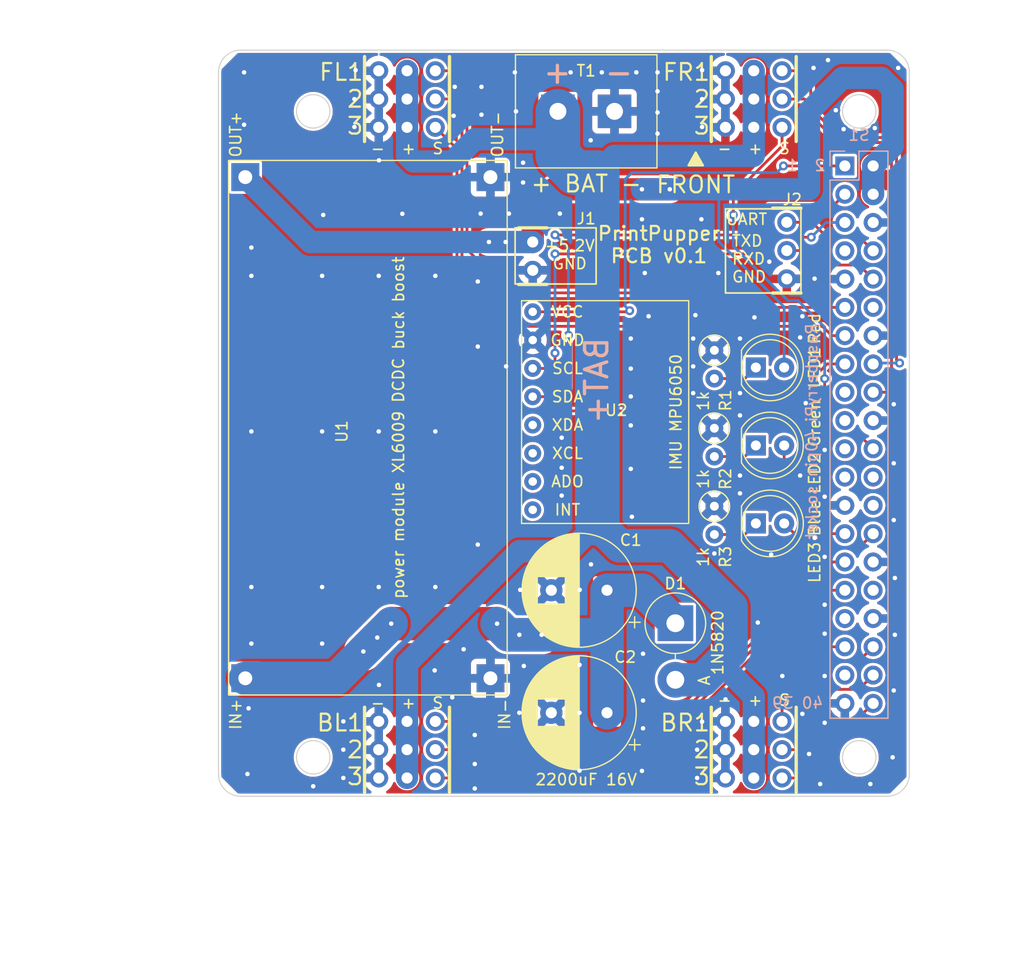
<source format=kicad_pcb>
(kicad_pcb (version 20211014) (generator pcbnew)
  (layers (0 "F.Cu" signal) (31 "B.Cu" signal) (34 "B.Paste" user) (35 "F.Paste" user) (36 "B.SilkS" user "B.Silkscreen") (37 "F.SilkS" user "F.Silkscreen") (38 "B.Mask" user) (39 "F.Mask" user) (44 "Edge.Cuts" user))
  (net 0 "")
  (net 1 "/GPIO6")
  (net 2 "/BAT+")
  (net 3 "GND")
  (net 4 "/GPIO19")
  (net 5 "/GPIO0")
  (net 6 "/GPIO16")
  (net 7 "/GPIO20")
  (net 8 "/GPIO21")
  (net 9 "Net-(C1-Pad1)")
  (net 10 "/GPIO17")
  (net 11 "/GPIO27")
  (net 12 "/GPIO22")
  (net 13 "/GPIO23")
  (net 14 "/GPIO24")
  (net 15 "/GPIO25")
  (net 16 "/5.2V")
  (net 17 "/TXD")
  (net 18 "/RXD")
  (net 19 "Net-(LED1-Pad1)")
  (net 20 "Net-(LED2-Pad1)")
  (net 21 "/GPIO5")
  (net 22 "/3.3V")
  (net 23 "/SDA")
  (net 32 "Net-(R3-Pad2)")
  (net 33 "/GPIO1")
  (net 36 "/SCL")
  (footprint "myfootprint:PinHeader_1x3P2.54mm" (layer "F.Cu") (at 92.075 109.855 -90)
    (fp_text reference "BR3")
    (fp_text value "Conn_01x03")
  )
  (footprint "myfootprint:PinHeader_1x3P2.54mm" (layer "F.Cu") (at 60.96 46.355 -90)
    (fp_text reference "FL1")
    (fp_text value "Conn_01x03")
  )
  (footprint "Resistor_THT:R_Axial_DIN0207_L6.3mm_D2.5mm_P2.54mm_Vertical" (layer "F.Cu") (at 86 71.455 -90)
    (fp_text reference "R1")
    (fp_text value "1k")
  )
  (footprint "Diode_THT:D_DO-201AD_P5.08mm_Vertical_AnodeUp" (layer "F.Cu") (at 82.5 95.96 -90)
    (fp_text reference "D1")
    (fp_text value "1N5820")
  )
  (footprint "myfootprint:PinHeader_1x3P2.54mm" (layer "F.Cu") (at 60.96 109.855 -90)
    (fp_text reference "BL3")
    (fp_text value "Conn_01x03")
  )
  (footprint "myfootprint:module_XL6009_dcdc" (layer "F.Cu") (at 67.405 102.405 90)
    (fp_text reference "U1")
    (fp_text value "DCDC_Convertor")
  )
  (footprint "myfootprint:PinHeader_1x3P2.54mm" (layer "F.Cu") (at 60.96 48.895 -90)
    (fp_text reference "FL2")
    (fp_text value "Conn_01x03")
  )
  (footprint "myfootprint:imu_mpu6050" (layer "F.Cu") (at 69.7 68)
    (fp_text reference "U2")
    (fp_text value "IMU")
  )
  (footprint "myfootprint:PinHeader_1x3P2.54mm" (layer "F.Cu") (at 60.96 107.315 -90)
    (fp_text reference "BL2")
    (fp_text value "Conn_01x03")
  )
  (footprint "myfootprint:PinHeader_1x3P2.54mm" (layer "F.Cu") (at 92.075 46.355 -90)
    (fp_text reference "FR1")
    (fp_text value "Conn_01x03")
  )
  (footprint "Resistor_THT:R_Axial_DIN0207_L6.3mm_D2.5mm_P2.54mm_Vertical" (layer "F.Cu") (at 86 85.455 -90)
    (fp_text reference "R3")
    (fp_text value "1k")
  )
  (footprint "myfootprint:PinHeader_1x3P2.54mm" (layer "F.Cu") (at 92.5 59.96)
    (fp_text reference "J2")
    (fp_text value "Conn_01x03")
  )
  (footprint "myfootprint:PinHeader_1x3P2.54mm" (layer "F.Cu") (at 60.96 104.775 -90)
    (fp_text reference "BL1")
    (fp_text value "Conn_01x03")
  )
  (footprint "Resistor_THT:R_Axial_DIN0207_L6.3mm_D2.5mm_P2.54mm_Vertical" (layer "F.Cu") (at 86 78.455 -90)
    (fp_text reference "R2")
    (fp_text value "1k")
  )
  (footprint "myfootprint:PinHeader_1x3P2.54mm" (layer "F.Cu") (at 92.075 51.435 -90)
    (fp_text reference "FR3")
    (fp_text value "Conn_01x03")
  )
  (footprint "myfootprint:PinHeader_1x3P2.54mm" (layer "F.Cu") (at 92.075 107.315 -90)
    (fp_text reference "BR2")
    (fp_text value "Conn_01x03")
  )
  (footprint "myfootprint:TerminalBlock_2P5.08mm" (layer "F.Cu") (at 71.96 50)
    (fp_text reference "T1")
    (fp_text value "Screw_Terminal_01x02")
  )
  (footprint "Capacitor_THT:CP_Radial_D10.0mm_P5.00mm" (layer "F.Cu") (at 76.367677 104 180)
    (fp_text reference "C2")
    (fp_text value "2200uF 16V")
  )
  (footprint "LED_THT:LED_D5.0mm" (layer "F.Cu") (at 89.725 80)
    (fp_text reference "LED2")
    (fp_text value "Green")
  )
  (footprint "myfootprint:PinHeader_1x3P2.54mm" (layer "F.Cu") (at 92.075 48.895 -90)
    (fp_text reference "FR2")
    (fp_text value "Conn_01x03")
  )
  (footprint "myfootprint:PinHeader_1x3P2.54mm" (layer "F.Cu") (at 60.96 51.435 -90)
    (fp_text reference "FL3")
    (fp_text value "Conn_01x03")
  )
  (footprint "Capacitor_THT:CP_Radial_D10.0mm_P5.00mm" (layer "F.Cu") (at 76.367677 93 180)
    (fp_text reference "C1")
    (fp_text value "2200uF 16V")
  )
  (footprint "LED_THT:LED_D5.0mm" (layer "F.Cu") (at 89.725 87)
    (fp_text reference "LED3")
    (fp_text value "Blue")
  )
  (footprint "myfootprint:PinHeader_1x2P2.54mm" (layer "F.Cu") (at 69.7 61.73)
    (fp_text reference "J1")
    (fp_text value "Conn_01x02")
  )
  (footprint "myfootprint:PinHeader_1x3P2.54mm" (layer "F.Cu") (at 92.075 104.775 -90)
    (fp_text reference "BR1")
    (fp_text value "Conn_01x03")
  )
  (footprint "LED_THT:LED_D5.0mm" (layer "F.Cu") (at 89.725 73)
    (fp_text reference "LED1")
    (fp_text value "Red")
  )
  (footprint "Connector_PinSocket_2.54mm:PinSocket_2x20_P2.54mm_Vertical" (layer "B.Cu") (at 97.71 54.9 180)
    (fp_text reference "S1")
    (fp_text value "RaspberryPi")
  )
  (gr_rect (start 87 58.754) (end 93.77 66.31) (layer "F.SilkS") (width 0.15) (fill none))
  (gr_rect (start 75.39 60.46) (end 68.12 65.5) (layer "F.SilkS") (width 0.15) (fill none))
  (gr_line (start 43.5 111.5) (end 101.5 111.5) (layer "Edge.Cuts") (width 0.1))
  (gr_line (start 103.5 109.5) (end 103.5 46.5) (layer "Edge.Cuts") (width 0.1))
  (gr_arc (start 43.5 111.5) (mid 42.085786 110.914214) (end 41.5 109.5) (layer "Edge.Cuts") (width 0.1))
  (gr_arc (start 101.5 44.5) (mid 102.914214 45.085786) (end 103.5 46.5) (layer "Edge.Cuts") (width 0.1))
  (gr_circle (center 99 108) (end 100.5 108) (layer "Edge.Cuts") (width 0.1) (fill none))
  (gr_line (start 41.5 46.5) (end 41.5 109.5) (layer "Edge.Cuts") (width 0.1))
  (gr_arc (start 103.5 109.5) (mid 102.914214 110.914214) (end 101.5 111.5) (layer "Edge.Cuts") (width 0.1))
  (gr_circle (center 99 50) (end 100.5 50) (layer "Edge.Cuts") (width 0.1) (fill none))
  (gr_circle (center 50 108) (end 51.5 108) (layer "Edge.Cuts") (width 0.1) (fill none))
  (gr_circle (center 50 50) (end 51.5 50) (layer "Edge.Cuts") (width 0.1) (fill none))
  (gr_line (start 101.5 44.5) (end 43.5 44.5) (layer "Edge.Cuts") (width 0.1))
  (gr_arc (start 41.5 46.5) (mid 42.085786 45.085786) (end 43.5 44.5) (layer "Edge.Cuts") (width 0.1))
  (gr_text "-  +" (at 74.676 46.482) (layer "B.SilkS") (effects (font (size 2 2) (thickness 0.3)) (justify mirror)))
  (gr_text "RaspberryPi 40pin socket" (at 94.742 78.74 90) (layer "B.SilkS") (effects (font (size 1 1)) (justify mirror)))
  (gr_text "BAT+" (at 75.438 74.168 90) (layer "B.SilkS") (effects (font (size 2 2) (thickness 0.3)) (justify mirror)))
  (gr_text "40 39" (at 93.472 103.124) (layer "B.SilkS") (effects (font (size 1 1)) (justify mirror)))
  (gr_text "2  1" (at 94.234 54.864) (layer "B.SilkS") (effects (font (size 1 1)) (justify mirror)))
  (gr_text "BL1\n  2\n  3" (at 54.61 107.315) (layer "F.SilkS") (effects (font (size 1.5 1.5) (thickness 0.2)) (justify right)))
  (gr_text "TXD\nRXD\nGND" (at 87.5 63.246) (layer "F.SilkS") (effects (font (size 1 1)) (justify left)))
  (gr_text "FL1\n  2\n  3" (at 54.61 48.895) (layer "F.SilkS") (effects (font (size 1.5 1.5) (thickness 0.2)) (justify right)))
  (gr_text "BR1\n  2\n  3" (at 85.725 107.315) (layer "F.SilkS") (effects (font (size 1.5 1.5) (thickness 0.2)) (justify right)))
  (gr_text "▲\nFRONT" (at 84.328 55.372) (layer "F.SilkS") (effects (font (size 1.5 1.5) (thickness 0.2))))
  (gr_text "FR1\n  2\n  3" (at 85.725 48.895) (layer "F.SilkS") (effects (font (size 1.5 1.5) (thickness 0.2)) (justify right)))
  (gr_text "-  +  S" (at 58.42 103.124) (layer "F.SilkS") (effects (font (size 1 1))))
  (gr_text "+5.2V\nGND" (at 73.025 62.865) (layer "F.SilkS") (effects (font (size 1 1))))
  (gr_text "+ BAT -" (at 74.5 56.5) (layer "F.SilkS") (effects (font (size 1.5 1.5) (thickness 0.2))))
  (gr_text "UART" (at 88.9 59.69) (layer "F.SilkS") (effects (font (size 1 1))))
  (gr_text "-  +  S" (at 89.535 53.34) (layer "F.SilkS") (effects (font (size 1 1))))
  (gr_text "PrintPupper\nPCB v0.1" (at 81.026 61.976) (layer "F.SilkS") (effects (font (size 1.25 1.25) (thickness 0.2))))
  (gr_text "-  +  S" (at 58.42 53.34) (layer "F.SilkS") (effects (font (size 1 1))))
  (gr_text "-  +  S" (at 89.535 102.87) (layer "F.SilkS") (effects (font (size 1 1))))
  (segment (start 94.735718 93) (end 97.71 93) (width 0.25) (layer "F.Cu") (net 1))
  (segment (start 80.420718 107.315) (end 94.735718 93) (width 0.25) (layer "F.Cu") (net 1))
  (segment (start 60.96 107.315) (end 80.420718 107.315) (width 0.25) (layer "F.Cu") (net 1))
  (segment (start 86 100) (end 87.5 98.5) (width 3) (layer "B.Cu") (net 2))
  (segment (start 70.5 52.5) (end 71.96 53.96) (width 2) (layer "B.Cu") (net 2))
  (segment (start 87.5 98.5) (end 87.5 94.5) (width 3) (layer "B.Cu") (net 2))
  (segment (start 82 89) (end 77.5 89) (width 3) (layer "B.Cu") (net 2))
  (segment (start 58.42 99.58) (end 68.5 89.5) (width 2) (layer "B.Cu") (net 2))
  (segment (start 71.96 50) (end 71.96 53.96) (width 4) (layer "B.Cu") (net 2))
  (segment (start 58.42 53.92) (end 59 54.5) (width 2) (layer "B.Cu") (net 2))
  (segment (start 58.42 109.855) (end 58.42 99.58) (width 2) (layer "B.Cu") (net 2))
  (segment (start 87.5 94.5) (end 82 89) (width 3) (layer "B.Cu") (net 2))
  (segment (start 71.96 53.96) (end 72 54) (width 4) (layer "B.Cu") (net 2))
  (segment (start 68.5 89.5) (end 73 89.5) (width 2) (layer "B.Cu") (net 2))
  (segment (start 62.5 54.5) (end 64.5 52.5) (width 2) (layer "B.Cu") (net 2))
  (segment (start 82.5 101.04) (end 84.96 101.04) (width 3) (layer "B.Cu") (net 2))
  (segment (start 89.5 54) (end 77 54) (width 2) (layer "B.Cu") (net 2))
  (segment (start 87 100) (end 86 100) (width 2) (layer "B.Cu") (net 2))
  (segment (start 73.5 55.5) (end 75.5 55.5) (width 4) (layer "B.Cu") (net 2))
  (segment (start 89.535 102.535) (end 87 100) (width 2) (layer "B.Cu") (net 2))
  (segment (start 72 54) (end 73.5 55.5) (width 4) (layer "B.Cu") (net 2))
  (segment (start 59 54.5) (end 62.5 54.5) (width 2) (layer "B.Cu") (net 2))
  (segment (start 64.5 52.5) (end 70.5 52.5) (width 2) (layer "B.Cu") (net 2))
  (segment (start 89.535 109.855) (end 89.535 102.535) (width 2) (layer "B.Cu") (net 2))
  (segment (start 58.42 46.355) (end 58.42 53.92) (width 2) (layer "B.Cu") (net 2))
  (segment (start 84.96 101.04) (end 86 100) (width 3) (layer "B.Cu") (net 2))
  (segment (start 75.5 55.5) (end 75.5 87) (width 4) (layer "B.Cu") (net 2))
  (segment (start 77.5 89) (end 75.5 87) (width 3) (layer "B.Cu") (net 2))
  (segment (start 89.535 53.965) (end 89.5 54) (width 2) (layer "B.Cu") (net 2))
  (segment (start 73 89.5) (end 75.5 87) (width 2) (layer "B.Cu") (net 2))
  (segment (start 89.535 46.355) (end 89.535 53.965) (width 2) (layer "B.Cu") (net 2))
  (segment (start 77 54) (end 75.5 55.5) (width 2) (layer "B.Cu") (net 2))
  (via (at 100 110.4) (size 0.8) (drill 0.4) (layers "F.Cu" "B.Cu") (net 3))
  (via (at 72.3 79.3) (size 0.8) (drill 0.4) (layers "F.Cu" "B.Cu") (net 3))
  (via (at 102.5 46.1) (size 0.8) (drill 0.4) (layers "F.Cu" "B.Cu") (net 3))
  (via (at 44.1 109.5) (size 0.8) (drill 0.4) (layers "F.Cu" "B.Cu") (net 3))
  (via (at 64.77 88.9) (size 0.8) (drill 0.4) (layers "F.Cu" "B.Cu") (net 3))
  (via (at 79 46.5) (size 0.8) (drill 0.4) (layers "F.Cu" "B.Cu") (net 3))
  (via (at 84.1 72.9) (size 0.8) (drill 0.4) (layers "F.Cu" "B.Cu") (net 3))
  (via (at 88.3 70.4) (size 0.8) (drill 0.4) (layers "F.Cu" "B.Cu") (net 3))
  (via (at 84.9 46.3) (size 0.8) (drill 0.4) (layers "F.Cu" "B.Cu") (net 3))
  (via (at 64.5 106) (size 0.8) (drill 0.4) (layers "F.Cu" "B.Cu") (net 3))
  (via (at 78.5 82.1) (size 0.8) (drill 0.4) (layers "F.Cu" "B.Cu") (net 3))
  (via (at 72.136 59.182) (size 0.8) (drill 0.4) (layers "F.Cu" "B.Cu") (net 3))
  (via (at 90.932 63.5) (size 0.8) (drill 0.4) (layers "F.Cu" "B.Cu") (net 3))
  (via (at 50.8 64.77) (size 0.8) (drill 0.4) (layers "F.Cu" "B.Cu") (net 3))
  (via (at 60.96 78.74) (size 0.8) (drill 0.4) (layers "F.Cu" "B.Cu") (net 3))
  (via (at 67.31 72.898) (size 0.8) (drill 0.4) (layers "F.Cu" "B.Cu") (net 3))
  (via (at 86.36 64.516) (size 0.8) (drill 0.4) (layers "F.Cu" "B.Cu") (net 3))
  (via (at 84.9 48.9) (size 0.8) (drill 0.4) (layers "F.Cu" "B.Cu") (net 3))
  (via (at 55.88 78.74) (size 0.8) (drill 0.4) (layers "F.Cu" "B.Cu") (net 3))
  (via (at 53.7 51.4) (size 0.8) (drill 0.4) (layers "F.Cu" "B.Cu") (net 3))
  (via (at 102.1 102) (size 0.8) (drill 0.4) (layers "F.Cu" "B.Cu") (net 3))
  (via (at 84.1 75.3) (size 0.8) (drill 0.4) (layers "F.Cu" "B.Cu") (net 3))
  (via (at 95.9 96.9) (size 0.8) (drill 0.4) (layers "F.Cu" "B.Cu") (net 3))
  (via (at 73.9 109.2) (size 0.8) (drill 0.4) (layers "F.Cu" "B.Cu") (net 3))
  (via (at 102.1 81.6) (size 0.8) (drill 0.4) (layers "F.Cu" "B.Cu") (net 3))
  (via (at 79.6 98.7) (size 0.8) (drill 0.4) (layers "F.Cu" "B.Cu") (net 3))
  (via (at 64.77 65.278) (size 0.8) (drill 0.4) (layers "F.Cu" "B.Cu") (net 3))
  (via (at 64.77 71.12) (size 0.8) (drill 0.4) (layers "F.Cu" "B.Cu") (net 3))
  (via (at 50.9 59.3) (size 0.8) (drill 0.4) (layers "F.Cu" "B.Cu") (net 3))
  (via (at 64.5 110.8) (size 0.8) (drill 0.4) (layers "F.Cu" "B.Cu") (net 3))
  (via (at 94.9 46.1) (size 0.8) (drill 0.4) (layers "F.Cu" "B.Cu") (net 3))
  (via (at 94.2 76.2) (size 0.8) (drill 0.4) (layers "F.Cu" "B.Cu") (net 3))
  (via (at 63.5 98.3) (size 0.8) (drill 0.4) (layers "F.Cu" "B.Cu") (net 3))
  (via (at 96.2 45.4) (size 0.8) (drill 0.4) (layers "F.Cu" "B.Cu") (net 3))
  (via (at 78.5 70.4) (size 0.8) (drill 0.4) (layers "F.Cu" "B.Cu") (net 3))
  (via (at 73.9 104) (size 0.8) (drill 0.4) (layers "F.Cu" "B.Cu") (net 3))
  (via (at 53.8 46.3) (size 0.8) (drill 0.4) (layers "F.Cu" "B.Cu") (net 3))
  (via (at 44.45 92.71) (size 0.8) (drill 0.4) (layers "F.Cu" "B.Cu") (net 3))
  (via (at 102.2 91.9) (size 0.8) (drill 0.4) (layers "F.Cu" "B.Cu") (net 3))
  (via (at 80.1 68.4) (size 0.8) (drill 0.4) (layers "F.Cu" "B.Cu") (net 3))
  (via (at 84.3 68.3) (size 0.8) (drill 0.4) (layers "F.Cu" "B.Cu") (net 3))
  (via (at 87 102.8) (size 0.8) (drill 0.4) (layers "F.Cu" "B.Cu") (net 3))
  (via (at 93.7 70.3) (size 0.8) (drill 0.4) (layers "F.Cu" "B.Cu") (net 3))
  (via (at 102.1 86.7) (size 0.8) (drill 0.4) (layers "F.Cu" "B.Cu") (net 3))
  (via (at 95.9 90) (size 0.8) (drill 0.4) (layers "F.Cu" "B.Cu") (net 3))
  (via (at 95.9 94.3) (size 0.8) (drill 0.4) (layers "F.Cu" "B.Cu") (net 3))
  (via (at 80.9 48.2) (size 0.8) (drill 0.4) (layers "F.Cu" "B.Cu") (net 3))
  (via (at 65.024 59.182) (size 0.8) (drill 0.4) (layers "F.Cu" "B.Cu") (net 3))
  (via (at 84.9 104.8) (size 0.8) (drill 0.4) (layers "F.Cu" "B.Cu") (net 3))
  (via (at 64.5 108.6) (size 0.8) (drill 0.4) (layers "F.Cu" "B.Cu") (net 3))
  (via (at 96.9 49.9) (size 0.8) (drill 0.4) (layers "F.Cu" "B.Cu") (net 3))
  (via (at 50.8 97.79) (size 0.8) (drill 0.4) (layers "F.Cu" "B.Cu") (net 3))
  (via (at 44.45 78.74) (size 0.8) (drill 0.4) (layers "F.Cu" "B.Cu") (net 3))
  (via (at 65.1 47.8) (size 0.8) (drill 0.4) (layers "F.Cu" "B.Cu") (net 3))
  (via (at 65.1 50.3) (size 0.8) (drill 0.4) (layers "F.Cu" "B.Cu") (net 3))
  (via (at 95.9 100.7) (size 0.8) (drill 0.4) (layers "F.Cu" "B.Cu") (net 3))
  (via (at 73.1 46.5) (size 0.8) (drill 0.4) (layers "F.Cu" "B.Cu") (net 3))
  (via (at 95.9 104.9) (size 0.8) (drill 0.4) (layers "F.Cu" "B.Cu") (net 3))
  (via (at 50.8 78.74) (size 0.8) (drill 0.4) (layers "F.Cu" "B.Cu") (net 3))
  (via (at 72.3 82) (size 0.8) (drill 0.4) (layers "F.Cu" "B.Cu") (net 3))
  (via (at 73.9 99.7) (size 0.8) (drill 0.4) (layers "F.Cu" "B.Cu") (net 3))
  (via (at 78.5 73.1) (size 0.8) (drill 0.4) (layers "F.Cu" "B.Cu") (net 3))
  (via (at 74.9 52.6) (size 0.8) (drill 0.4) (layers "F.Cu" "B.Cu") (net 3))
  (via (at 68.834 54.61) (size 0.8) (drill 0.4) (layers "F.Cu" "B.Cu") (net 3))
  (via (at 79.6 105.4) (size 0.8) (drill 0.4) (layers "F.Cu" "B.Cu") (net 3))
  (via (at 84.836 59.69) (size 0.8) (drill 0.4) (layers "F.Cu" "B.Cu") (net 3))
  (via (at 53.7 48.9) (size 0.8) (drill 0.4) (layers "F.Cu" "B.Cu") (net 3))
  (via (at 102.2 97) (size 0.8) (drill 0.4) (layers "F.Cu" "B.Cu") (net 3))
  (via (at 102.1 76.3) (size 0.8) (drill 0.4) (layers "F.Cu" "B.Cu") (net 3))
  (via (at 55.88 92.71) (size 0.8) (drill 0.4) (layers "F.Cu" "B.Cu") (net 3))
  (via (at 62.484 102.616) (size 0.8) (drill 0.4) (layers "F.Cu" "B.Cu") (net 3))
  (via (at 55.9 101.5) (size 0.8) (drill 0.4) (layers "F.Cu" "B.Cu") (net 3))
  (via (at 92.1 100.7) (size 0.8) (drill 0.4) (layers "F.Cu" "B.Cu") (net 3))
  (via (at 97.6 51.6) (size 0.8) (drill 0.4) (layers "F.Cu" "B.Cu") (net 3))
  (via (at 73.914 92.964) (size 0.8) (drill 0.4) (layers "F.Cu" "B.Cu") (net 3))
  (via (at 52.705 107.315) (size 0.8) (drill 0.4) (layers "F.Cu" "B.Cu") (net 3))
  (via (at 60.96 92.71) (size 0.8) (drill 0.4) (layers "F.Cu" "B.Cu") (net 3))
  (via (at 58 59.2) (size 0.8) (drill 0.4) (layers "F.Cu" "B.Cu") (net 3))
  (via (at 93.9 104.1) (size 0.8) (drill 0.4) (layers "F.Cu" "B.Cu") (net 3))
  (via (at 68.9 99.8) (size 0.8) (drill 0.4) (layers "F.Cu" "B.Cu") (net 3))
  (via (at 100.4 51.5) (size 0.8) (drill 0.4) (layers "F.Cu" "B.Cu") (net 3))
  (via (at 68.1 46.5) (size 0.8) (drill 0.4) (layers "F.Cu" "B.Cu") (net 3))
  (via (at 43.8 51.2) (size 0.8) (drill 0.4) (layers "F.Cu" "B.Cu") (net 3))
  (via (at 78.5 75.6) (size 0.8) (drill 0.4) (layers "F.Cu" "B.Cu") (net 3))
  (via (at 62.6 50.4) (size 0.8) (drill 0.4) (layers "F.Cu" "B.Cu") (net 3))
  (via (at 44.2 103.6) (size 0.8) (drill 0.4) (layers "F.Cu" "B.Cu") (net 3))
  (via (at 80.9 46.5) (size 0.8) (drill 0.4) (layers "F.Cu" "B.Cu") (net 3))
  (via (at 50.8 92.71) (size 0.8) (drill 0.4) (layers "F.Cu" "B.Cu") (net 3))
  (via (at 94.996 65.024) (size 0.8) (drill 0.4) (layers "F.Cu" "B.Cu") (net 3))
  (via (at 60.96 64.77) (size 0.8) (drill 0.4) (layers "F.Cu" "B.Cu") (net 3))
  (via (at 84.455 107.315) (size 0.8) (drill 0.4) (layers "F.Cu" "B.Cu") (net 3))
  (via (at 95 88.3) (size 0.8) (drill 0.4) (layers "F.Cu" "B.Cu") (net 3))
  (via (at 79.6 102.9) (size 0.8) (drill 0.4) (layers "F.Cu" "B.Cu") (net 3))
  (via (at 88.3 77.3) (size 0.8) (drill 0.4) (layers "F.Cu" "B.Cu") (net 3))
  (via (at 75.9 46.5) (size 0.8) (drill 0.4) (layers "F.Cu" "B.Cu") (net 3))
  (via (at 44.45 97.79) (size 0.8) (drill 0.4) (layers "F.Cu" "B.Cu") (net 3))
  (via (at 95.5 110.4) (size 0.8) (drill 0.4) (layers "F.Cu" "B.Cu") (net 3))
  (via (at 80.9 52) (size 0.8) (drill 0.4) (layers "F.Cu" "B.Cu") (net 3))
  (via (at 68.5 104) (size 0.8) (drill 0.4) (layers "F.Cu" "B.Cu") (net 3))
  (via (at 102 108) (size 0.8) (drill 0.4) (layers "F.Cu" "B.Cu") (net 3))
  (via (at 43.8 46.5) (size 0.8) (drill 0.4) (layers "F.Cu" "B.Cu") (net 3))
  (via (at 50 110.6) (size 0.8) (drill 0.4) (layers "F.Cu" "B.Cu") (net 3))
  (via (at 55.88 64.77) (size 0.8) (drill 0.4) (layers "F.Cu" "B.Cu") (net 3))
  (via (at 68.58 92.964) (size 0.8) (drill 0.4) (layers "F.Cu" "B.Cu") (net 3))
  (via (at 80.9 50.1) (size 0.8) (drill 0.4) (layers "F.Cu" "B.Cu") (net 3))
  (via (at 93.7 82.7) (size 0.8) (drill 0.4) (layers "F.Cu" "B.Cu") (net 3))
  (via (at 62.7 47.8) (size 0.8) (drill 0.4) (layers "F.Cu" "B.Cu") (net 3))
  (via (at 67.564 59.182) (size 0.8) (drill 0.4) (layers "F.Cu" "B.Cu") (net 3))
  (via (at 78.6 86.4) (size 0.8) (drill 0.4) (layers "F.Cu" "B.Cu") (net 3))
  (via (at 52.705 104.775) (size 0.8) (drill 0.4) (layers "F.Cu" "B.Cu") (net 3))
  (via (at 93.9 68.4) (size 0.8) (drill 0.4) (layers "F.Cu" "B.Cu") (net 3))
  (via (at 78.5 78.2) (size 0.8) (drill 0.4) (layers "F.Cu" "B.Cu") (net 3))
  (via (at 91.1 89.8) (size 0.8) (drill 0.4) (layers "F.Cu" "B.Cu") (net 3))
  (via (at 84.1 70.4) (size 0.8) (drill 0.4) (layers "F.Cu" "B.Cu") (net 3))
  (via (at 60.9 100.2) (size 0.8) (drill 0.4) (layers "F.Cu" "B.Cu") (net 3))
  (via (at 74.93 90.678) (size 0.8) (drill 0.4) (layers "F.Cu" "B.Cu") (net 3))
  (via (at 95.9 80.4) (size 0.8) (drill 0.4) (layers "F.Cu" "B.Cu") (net 3))
  (via (at 88.3 75.3) (size 0.8) (drill 0.4) (layers "F.Cu" "B.Cu") (net 3))
  (via (at 88.3 82.7) (size 0.8) (drill 0.4) (layers "F.Cu" "B.Cu") (net 3))
  (via (at 68.834 56.388) (size 0.8) (drill 0.4) (layers "F.Cu" "B.Cu") (net 3))
  (via (at 79.502 59.69) (size 0.8) (drill 0.4) (layers "F.Cu" "B.Cu") (net 3))
  (via (at 89.9 95.9) (size 0.8) (drill 0.4) (layers "F.Cu" "B.Cu") (net 3))
  (via (at 44.45 64.77) (size 0.8) (drill 0.4) (layers "F.Cu" "B.Cu") (net 3))
  (via (at 84.9 51.4) (size 0.8) (drill 0.4) (layers "F.Cu" "B.Cu") (net 3))
  (via (at 44.45 62.23) (size 0.8) (drill 0.4) (layers "F.Cu" "B.Cu") (net 3))
  (via (at 72.3 84.5) (size 0.8) (drill 0.4) (layers "F.Cu" "B.Cu") (net 3))
  (via (at 86 89.7) (size 0.8) (drill 0.4) (layers "F.Cu" "B.Cu") (net 3))
  (via (at 55.9 54.4) (size 0.8) (drill 0.4) (layers "F.Cu" "B.Cu") (net 3))
  (via (at 68.2 50) (size 0.8) (drill 0.4) (layers "F.Cu" "B.Cu") (net 3))
  (via (at 95.9 84.6) (size 0.8) (drill 0.4) (layers "F.Cu" "B.Cu") (net 3))
  (via (at 84.455 109.855) (size 0.8) (drill 0.4) (layers "F.Cu" "B.Cu") (net 3))
  (via (at 94.5 107.7) (size 0.8) (drill 0.4) (layers "F.Cu" "B.Cu") (net 3))
  (via (at 79.756 64.516) (size 0.8) (drill 0.4) (layers "F.Cu" "B.Cu") (net 3))
  (via (at 79.502 109.22) (size 0.8) (drill 0.4) (layers "F.Cu" "B.Cu") (net 3))
  (via (at 89.6 68.5) (size 0.8) (drill 0.4) (layers "F.Cu" "B.Cu") (net 3))
  (via (at 52.705 109.855) (size 0.8) (drill 0.4) (layers "F.Cu" "B.Cu") (net 3))
  (via (at 88.3 84.3) (size 0.8) (drill 0.4) (layers "F.Cu" "B.Cu") (net 3))
  (segment (start 90.291436 98.08) (end 97.71 98.08) (width 0.25) (layer "F.Cu") (net 4))
  (segment (start 68.9 107.9) (end 80.471435 107.9) (width 0.25) (layer "F.Cu") (net 4))
  (segment (start 60.96 109.855) (end 66.945 109.855) (width 0.25) (layer "F.Cu") (net 4))
  (segment (start 66.945 109.855) (end 68.9 107.9) (width 0.25) (layer "F.Cu") (net 4))
  (segment (start 80.471435 107.9) (end 90.291436 98.08) (width 0.25) (layer "F.Cu") (net 4))
  (segment (start 97.71 87.92) (end 96.02 87.92) (width 0.25) (layer "F.Cu") (net 5))
  (segment (start 92.265 84.165) (end 92.265 80) (width 0.25) (layer "F.Cu") (net 5))
  (segment (start 96.02 87.92) (end 92.265 84.165) (width 0.25) (layer "F.Cu") (net 5))
  (segment (start 100.25 98.08) (end 98.93 99.4) (width 0.25) (layer "F.Cu") (net 6))
  (segment (start 95.9 99.4) (end 92.075 103.225) (width 0.25) (layer "F.Cu") (net 6))
  (segment (start 92.075 103.225) (end 92.075 104.775) (width 0.25) (layer "F.Cu") (net 6))
  (segment (start 98.93 99.4) (end 95.9 99.4) (width 0.25) (layer "F.Cu") (net 6))
  (segment (start 94.8 106) (end 93.485 107.315) (width 0.25) (layer "F.Cu") (net 7))
  (segment (start 95.9 101.9) (end 94.8 103) (width 0.25) (layer "F.Cu") (net 7))
  (segment (start 93.485 107.315) (end 92.075 107.315) (width 0.25) (layer "F.Cu") (net 7))
  (segment (start 98.97 101.9) (end 95.9 101.9) (width 0.25) (layer "F.Cu") (net 7))
  (segment (start 100.25 100.62) (end 98.97 101.9) (width 0.25) (layer "F.Cu") (net 7))
  (segment (start 94.8 103) (end 94.8 106) (width 0.25) (layer "F.Cu") (net 7))
  (segment (start 92.075 109.855) (end 93.555 109.855) (width 0.25) (layer "F.Cu") (net 8))
  (segment (start 93.555 109.855) (end 100.25 103.16) (width 0.25) (layer "F.Cu") (net 8))
  (segment (start 66.5 96) (end 67.5 97) (width 3) (layer "F.Cu") (net 9))
  (segment (start 57 96) (end 55.75 97.25) (width 3) (layer "F.Cu") (net 9))
  (segment (start 68.5 97) (end 70.5 97) (width 3) (layer "F.Cu") (net 9))
  (segment (start 57 96) (end 66.5 96) (width 3) (layer "F.Cu") (net 9))
  (segment (start 55.75 97.25) (end 54.5 98.5) (width 3) (layer "F.Cu") (net 9))
  (segment (start 67.5 97) (end 68.5 97) (width 3) (layer "F.Cu") (net 9))
  (via (at 68.5 97) (size 0.8) (drill 0.4) (layers "F.Cu" "B.Cu") (net 9))
  (via (at 70.5 97) (size 0.8) (drill 0.4) (layers "F.Cu" "B.Cu") (net 9))
  (via (at 54.5 98.5) (size 0.8) (drill 0.4) (layers "F.Cu" "B.Cu") (net 9))
  (via (at 55.75 97.25) (size 0.8) (drill 0.4) (layers "F.Cu" "B.Cu") (net 9))
  (via (at 66.5 96) (size 0.8) (drill 0.4) (layers "F.Cu" "B.Cu") (net 9))
  (via (at 57 96) (size 0.8) (drill 0.4) (layers "F.Cu" "B.Cu") (net 9))
  (segment (start 76.367677 97.867677) (end 76.367677 104) (width 3) (layer "B.Cu") (net 9))
  (segment (start 76.367677 93) (end 79.54 93) (width 3) (layer "B.Cu") (net 9))
  (segment (start 66.5 96) (end 67.5 97) (width 3) (layer "B.Cu") (net 9))
  (segment (start 75.5 97) (end 76.367677 97.867677) (width 3) (layer "B.Cu") (net 9))
  (segment (start 79.54 93) (end 82.5 95.96) (width 3) (layer "B.Cu") (net 9))
  (segment (start 76.367677 93) (end 76.367677 97.867677) (width 3) (layer "B.Cu") (net 9))
  (segment (start 52.095 100.905) (end 57 96) (width 3) (layer "B.Cu") (net 9))
  (segment (start 43.905 100.905) (end 52.095 100.905) (width 3) (layer "B.Cu") (net 9))
  (segment (start 67.5 97) (end 75.5 97) (width 3) (layer "B.Cu") (net 9))
  (segment (start 60.96 46.355) (end 62.555 46.355) (width 0.25) (layer "F.Cu") (net 10))
  (segment (start 63.8 47.6) (end 63.8 62.4) (width 0.25) (layer "F.Cu") (net 10))
  (segment (start 62.555 46.355) (end 63.8 47.6) (width 0.25) (layer "F.Cu") (net 10))
  (segment (start 63.8 62.4) (end 67.7 66.3) (width 0.25) (layer "F.Cu") (net 10))
  (segment (start 67.7 66.3) (end 86 66.3) (width 0.25) (layer "F.Cu") (net 10))
  (segment (start 86 66.3) (end 87.3 67.6) (width 0.25) (layer "F.Cu") (net 10))
  (segment (start 87.3 67.6) (end 97.71 67.6) (width 0.25) (layer "F.Cu") (net 10))
  (segment (start 96.54 70.14) (end 97.71 70.14) (width 0.25) (layer "F.Cu") (net 11))
  (segment (start 95.7 69.3) (end 96.54 70.14) (width 0.25) (layer "F.Cu") (net 11))
  (segment (start 63.35048 49.6) (end 63.35048 65.65048) (width 0.25) (layer "F.Cu") (net 11))
  (segment (start 67 69.3) (end 95.7 69.3) (width 0.25) (layer "F.Cu") (net 11))
  (segment (start 62.64548 48.895) (end 63.35048 49.6) (width 0.25) (layer "F.Cu") (net 11))
  (segment (start 60.96 48.895) (end 62.64548 48.895) (width 0.25) (layer "F.Cu") (net 11))
  (segment (start 63.35048 65.65048) (end 67 69.3) (width 0.25) (layer "F.Cu") (net 11))
  (segment (start 60.96 51.435) (end 62.9 53.375) (width 0.25) (layer "F.Cu") (net 12))
  (segment (start 92.7 76.1) (end 96.12 72.68) (width 0.25) (layer "F.Cu") (net 12))
  (segment (start 84.3 76.1) (end 92.7 76.1) (width 0.25) (layer "F.Cu") (net 12))
  (segment (start 96.12 72.68) (end 97.71 72.68) (width 0.25) (layer "F.Cu") (net 12))
  (segment (start 67.6 76.9) (end 83.5 76.9) (width 0.25) (layer "F.Cu") (net 12))
  (segment (start 62.9 72.2) (end 67.6 76.9) (width 0.25) (layer "F.Cu") (net 12))
  (segment (start 83.5 76.9) (end 84.3 76.1) (width 0.25) (layer "F.Cu") (net 12))
  (segment (start 62.9 53.375) (end 62.9 72.2) (width 0.25) (layer "F.Cu") (net 12))
  (segment (start 93.655 46.355) (end 93.7 46.4) (width 0.25) (layer "F.Cu") (net 13))
  (segment (start 94.64952 49.7) (end 97.3 52.35048) (width 0.25) (layer "F.Cu") (net 13))
  (segment (start 93.7 46.4) (end 94.64952 47.34952) (width 0.25) (layer "F.Cu") (net 13))
  (segment (start 102.34952 53.213802) (end 102.34952 55.4) (width 0.25) (layer "F.Cu") (net 13))
  (segment (start 102.34952 72.32502) (end 102.6245 72.6) (width 0.25) (layer "F.Cu") (net 13))
  (segment (start 97.3 52.35048) (end 97.8 52.35048) (width 0.25) (layer "F.Cu") (net 13))
  (segment (start 101.486198 52.35048) (end 102.34952 53.213802) (width 0.25) (layer "F.Cu") (net 13))
  (segment (start 102.34952 71.3) (end 102.34952 72.32502) (width 0.25) (layer "F.Cu") (net 13))
  (segment (start 102.34952 55.4) (end 102.34952 71.3) (width 0.25) (layer "F.Cu") (net 13))
  (segment (start 94.64952 47.34952) (end 94.64952 49.7) (width 0.25) (layer "F.Cu") (net 13))
  (segment (start 97.8 52.35048) (end 101.486198 52.35048) (width 0.25) (layer "F.Cu") (net 13))
  (segment (start 92.075 46.355) (end 93.655 46.355) (width 0.25) (layer "F.Cu") (net 13))
  (via (at 102.6245 72.6) (size 0.8) (drill 0.4) (layers "F.Cu" "B.Cu") (net 13))
  (segment (start 102.6245 72.6) (end 100.33 72.6) (width 0.25) (layer "B.Cu") (net 13))
  (segment (start 100.33 72.6) (end 100.25 72.68) (width 0.25) (layer "B.Cu") (net 13))
  (segment (start 94.2 49) (end 94.095 48.895) (width 0.25) (layer "F.Cu") (net 14))
  (segment (start 101.48 75.22) (end 101.9 74.8) (width 0.25) (layer "F.Cu") (net 14))
  (segment (start 94.095 48.895) (end 92.075 48.895) (width 0.25) (layer "F.Cu") (net 14))
  (segment (start 94.2 49.9) (end 94.2 49) (width 0.25) (layer "F.Cu") (net 14))
  (segment (start 100.25 75.22) (end 101.48 75.22) (width 0.25) (layer "F.Cu") (net 14))
  (segment (start 101.3 52.8) (end 97.1 52.8) (width 0.25) (layer "F.Cu") (net 14))
  (segment (start 97.1 52.8) (end 94.2 49.9) (width 0.25) (layer "F.Cu") (net 14))
  (segment (start 101.9 53.4) (end 101.3 52.8) (width 0.25) (layer "F.Cu") (net 14))
  (segment (start 101.9 74.8) (end 101.9 53.4) (width 0.25) (layer "F.Cu") (net 14))
  (segment (start 98.95 79) (end 96.4 79) (width 0.25) (layer "F.Cu") (net 15))
  (segment (start 95.9 78.5) (end 95.9 74) (width 0.25) (layer "F.Cu") (net 15))
  (segment (start 87.7 57.5) (end 87.7 59.3) (width 0.25) (layer "F.Cu") (net 15))
  (segment (start 92.075 53.125) (end 87.7 57.5) (width 0.25) (layer "F.Cu") (net 15))
  (segment (start 92.075 51.435) (end 92.075 53.125) (width 0.25) (layer "F.Cu") (net 15))
  (segment (start 96.4 79) (end 95.9 78.5) (width 0.25) (layer "F.Cu") (net 15))
  (segment (start 100.25 80.3) (end 98.95 79) (width 0.25) (layer "F.Cu") (net 15))
  (via (at 95.9 74) (size 0.8) (drill 0.4) (layers "F.Cu" "B.Cu") (net 15))
  (via (at 87.7 59.3) (size 0.8) (drill 0.4) (layers "F.Cu" "B.Cu") (net 15))
  (segment (start 93.524614 67) (end 92.6 67) (width 0.25) (layer "B.Cu") (net 15))
  (segment (start 92.6 67) (end 87.7 62.1) (width 0.25) (layer "B.Cu") (net 15))
  (segment (start 87.7 62.1) (end 87.7 59.3) (width 0.25) (layer "B.Cu") (net 15))
  (segment (start 95.9 69.375386) (end 93.524614 67) (width 0.25) (layer "B.Cu") (net 15))
  (segment (start 95.9 74) (end 95.9 69.375386) (width 0.25) (layer "B.Cu") (net 15))
  (segment (start 67.27 61.73) (end 65.77 61.73) (width 2) (layer "F.Cu") (net 16))
  (segment (start 79.5 57) (end 82 57) (width 2) (layer "F.Cu") (net 16))
  (segment (start 79.5 57) (end 71.5 57) (width 2) (layer "F.Cu") (net 16))
  (segment (start 69.7 61.73) (end 67.27 61.73) (width 2) (layer "F.Cu") (net 16))
  (segment (start 69.7 58.8) (end 69.7 61.73) (width 2) (layer "F.Cu") (net 16))
  (segment (start 71.5 57) (end 69.7 58.8) (width 2) (layer "F.Cu") (net 16))
  (via (at 79.5 57) (size 0.8) (drill 0.4) (layers "F.Cu" "B.Cu") (net 16))
  (via (at 82 57) (size 0.8) (drill 0.4) (layers "F.Cu" "B.Cu") (net 16))
  (via (at 67.27 61.73) (size 0.8) (drill 0.4) (layers "F.Cu" "B.Cu") (net 16))
  (via (at 65.77 61.73) (size 0.8) (drill 0.4) (layers "F.Cu" "B.Cu") (net 16))
  (segment (start 92.265 67.565) (end 86.4 61.7) (width 0.25) (layer "B.Cu") (net 16))
  (segment (start 86.4 57) (end 79.5 57) (width 2) (layer "B.Cu") (net 16))
  (segment (start 49.73 61.73) (end 69.7 61.73) (width 2) (layer "B.Cu") (net 16))
  (segment (start 92.265 73) (end 92.265 67.565) (width 0.25) (layer "B.Cu") (net 16))
  (segment (start 102 53) (end 102 48) (width 2) (layer "B.Cu") (net 16))
  (segment (start 101 47) (end 97.5 47) (width 2) (layer "B.Cu") (net 16))
  (segment (start 43.905 55.905) (end 49.73 61.73) (width 2) (layer "B.Cu") (net 16))
  (segment (start 100.25 57.44) (end 100.25 54.9) (width 2) (layer "B.Cu") (net 16))
  (segment (start 94.5 57) (end 86.4 57) (width 2) (layer "B.Cu") (net 16))
  (segment (start 100.25 54.9) (end 102 53.15) (width 2) (layer "B.Cu") (net 16))
  (segment (start 97.5 47) (end 96 48.5) (width 2) (layer "B.Cu") (net 16))
  (segment (start 94.5 50) (end 94.5 57) (width 2) (layer "B.Cu") (net 16))
  (segment (start 102 53.15) (end 102 53) (width 2) (layer "B.Cu") (net 16))
  (segment (start 86.4 61.7) (end 86.4 57) (width 0.25) (layer "B.Cu") (net 16))
  (segment (start 96 48.5) (end 94.5 50) (width 2) (layer "B.Cu") (net 16))
  (segment (start 102 48) (end 101 47) (width 2) (layer "B.Cu") (net 16))
  (segment (start 92.5 59.96) (end 94.76 59.96) (width 0.25) (layer "F.Cu") (net 17))
  (segment (start 96.1 61.3) (end 99.03 61.3) (width 0.25) (layer "F.Cu") (net 17))
  (segment (start 99.03 61.3) (end 100.25 62.52) (width 0.25) (layer "F.Cu") (net 17))
  (segment (start 94.76 59.96) (end 96.1 61.3) (width 0.25) (layer "F.Cu") (net 17))
  (segment (start 94.9 62.5) (end 96.2 63.8) (width 0.25) (layer "F.Cu") (net 18))
  (segment (start 92.5 62.5) (end 94.9 62.5) (width 0.25) (layer "F.Cu") (net 18))
  (segment (start 96.2 63.8) (end 98.99 63.8) (width 0.25) (layer "F.Cu") (net 18))
  (segment (start 98.99 63.8) (end 100.25 65.06) (width 0.25) (layer "F.Cu") (net 18))
  (segment (start 88.73 73.995) (end 89.725 73) (width 0.25) (layer "F.Cu") (net 19))
  (segment (start 86 73.995) (end 88.73 73.995) (width 0.25) (layer "F.Cu") (net 19))
  (segment (start 88.73 80.995) (end 89.725 80) (width 0.25) (layer "F.Cu") (net 20))
  (segment (start 86 80.995) (end 88.73 80.995) (width 0.25) (layer "F.Cu") (net 20))
  (segment (start 69.1 106.5) (end 80.6 106.5) (width 0.25) (layer "F.Cu") (net 21))
  (segment (start 96.64 90.46) (end 97.71 90.46) (width 0.25) (layer "F.Cu") (net 21))
  (segment (start 67.375 104.775) (end 69.1 106.5) (width 0.25) (layer "F.Cu") (net 21))
  (segment (start 80.6 106.5) (end 96.64 90.46) (width 0.25) (layer "F.Cu") (net 21))
  (segment (start 60.96 104.775) (end 67.375 104.775) (width 0.25) (layer "F.Cu") (net 21))
  (segment (start 78.3 68) (end 69.7 68) (width 0.25) (layer "F.Cu") (net 22))
  (segment (start 97.71 54.9) (end 92.2 54.9) (width 0.25) (layer "F.Cu") (net 22))
  (segment (start 78.4 67.9) (end 78.3 68) (width 0.25) (layer "F.Cu") (net 22))
  (via (at 78.4 67.9) (size 0.8) (drill 0.4) (layers "F.Cu" "B.Cu") (net 22))
  (via (at 92.2 54.9) (size 0.8) (drill 0.4) (layers "F.Cu" "B.Cu") (net 22))
  (segment (start 78 67.5) (end 78.4 67.9) (width 0.25) (layer "B.Cu") (net 22))
  (segment (start 78.6 55.5) (end 78.1 56) (width 0.25) (layer "B.Cu") (net 22))
  (segment (start 78 60.5) (end 78 67.5) (width 0.25) (layer "B.Cu") (net 22))
  (segment (start 78.1 56) (end 78 56.1) (width 0.25) (layer "B.Cu") (net 22))
  (segment (start 79 55.5) (end 78.6 55.5) (width 0.25) (layer "B.Cu") (net 22))
  (segment (start 92.2 54.9) (end 91.6 55.5) (width 0.25) (layer "B.Cu") (net 22))
  (segment (start 78 56.1) (end 78 60.5) (width 0.25) (layer "B.Cu") (net 22))
  (segment (start 91.6 55.5) (end 79 55.5) (width 0.25) (layer "B.Cu") (net 22))
  (segment (start 72.08 75.62) (end 72.9 74.8) (width 0.25) (layer "F.Cu") (net 23))
  (segment (start 69.7 75.62) (end 72.08 75.62) (width 0.25) (layer "F.Cu") (net 23))
  (segment (start 71.7 61.1) (end 88.3 61.1) (width 0.25) (layer "F.Cu") (net 23))
  (segment (start 72.9 74.8) (end 72.9 70.1) (width 0.25) (layer "F.Cu") (net 23))
  (segment (start 90.9 58.5) (end 96.65 58.5) (width 0.25) (layer "F.Cu") (net 23))
  (segment (start 88.3 61.1) (end 90.9 58.5) (width 0.25) (layer "F.Cu") (net 23))
  (segment (start 96.65 58.5) (end 97.71 57.44) (width 0.25) (layer "F.Cu") (net 23))
  (via (at 71.7 61.1) (size 0.8) (drill 0.4) (layers "F.Cu" "B.Cu") (net 23))
  (via (at 72.9 70.1) (size 0.8) (drill 0.4) (layers "F.Cu" "B.Cu") (net 23))
  (segment (start 72.9 62.3) (end 71.7 61.1) (width 0.25) (layer "B.Cu") (net 23))
  (segment (start 72.9 70.1) (end 72.9 62.3) (width 0.25) (layer "B.Cu") (net 23))
  (segment (start 88.73 87.995) (end 89.725 87) (width 0.25) (layer "F.Cu") (net 32))
  (segment (start 86 87.995) (end 88.73 87.995) (width 0.25) (layer "F.Cu") (net 32))
  (segment (start 98.97 89.2) (end 94.465 89.2) (width 0.25) (layer "F.Cu") (net 33))
  (segment (start 100.25 87.92) (end 98.97 89.2) (width 0.25) (layer "F.Cu") (net 33))
  (segment (start 94.465 89.2) (end 92.265 87) (width 0.25) (layer "F.Cu") (net 33))
  (segment (start 91.4 61.3) (end 94.7 61.3) (width 0.25) (layer "F.Cu") (net 36))
  (segment (start 71.7 62.8) (end 89.9 62.8) (width 0.25) (layer "F.Cu") (net 36))
  (segment (start 71.28 73.08) (end 71.3 73.1) (width 0.25) (layer "F.Cu") (net 36))
  (segment (start 89.9 62.8) (end 91.4 61.3) (width 0.25) (layer "F.Cu") (net 36))
  (segment (start 71.3 73.1) (end 71.7 72.7) (width 0.25) (layer "F.Cu") (net 36))
  (segment (start 69.7 73.08) (end 71.28 73.08) (width 0.25) (layer "F.Cu") (net 36))
  (segment (start 71.7 72.7) (end 71.7 71.7) (width 0.25) (layer "F.Cu") (net 36))
  (via (at 94.7 61.3) (size 0.8) (drill 0.4) (layers "F.Cu" "B.Cu") (net 36))
  (via (at 71.7 71.7) (size 0.8) (drill 0.4) (layers "F.Cu" "B.Cu") (net 36))
  (via (at 71.7 62.8) (size 0.8) (drill 0.4) (layers "F.Cu" "B.Cu") (net 36))
  (segment (start 71.7 71.7) (end 71.7 62.8) (width 0.25) (layer "B.Cu") (net 36))
  (segment (start 94.7 61.3) (end 96.02 59.98) (width 0.25) (layer "B.Cu") (net 36))
  (segment (start 96.02 59.98) (end 97.71 59.98) (width 0.25) (layer "B.Cu") (net 36))
  (zone (net 3) (net_name "GND") (layer "F.Cu") (connect_pads (clearance 0.254)) (min_thickness 0.254) (fill yes (thermal_gap 0.508) (thermal_bridge_width 0.762))
    (polygon (pts (xy 103.5 46.5) (xy 103.5 109.5) (xy 101.5 111.5) (xy 43.5 111.5) (xy 41.5 109.5) (xy 41.5 46.5) (xy 43.5 44.5) (xy 101.5 44.5)))
  )
  (zone (net 3) (net_name "GND") (layer "B.Cu") (connect_pads (clearance 0.254)) (min_thickness 0.254) (fill yes (thermal_gap 0.508) (thermal_bridge_width 0.762))
    (polygon (pts (xy 103.5 46.5) (xy 103.5 109.5) (xy 101.5 111.5) (xy 43.5 111.5) (xy 41.5 109.5) (xy 41.5 46.5) (xy 43.5 44.5) (xy 101.5 44.5)))
  )
)
</source>
